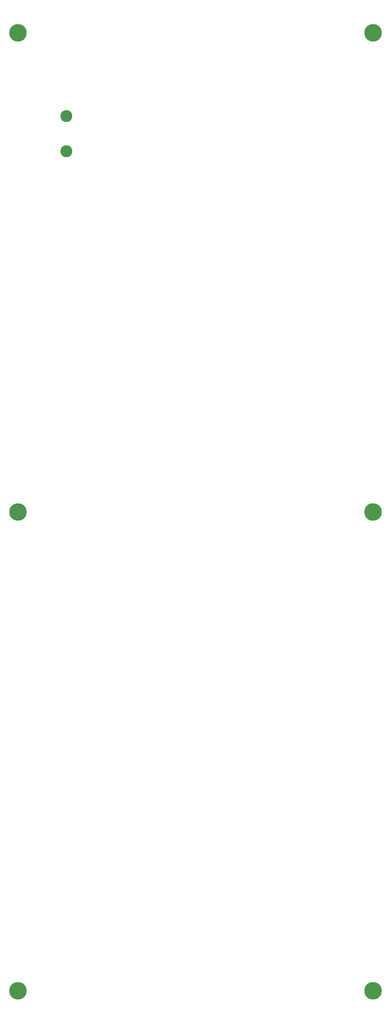
<source format=gts>
%TF.GenerationSoftware,KiCad,Pcbnew,9.0.1*%
%TF.CreationDate,2025-04-06T17:44:16-07:00*%
%TF.ProjectId,Coil_Panel_XY,436f696c-5f50-4616-9e65-6c5f58592e6b,2.2*%
%TF.SameCoordinates,Original*%
%TF.FileFunction,Soldermask,Top*%
%TF.FilePolarity,Negative*%
%FSLAX46Y46*%
G04 Gerber Fmt 4.6, Leading zero omitted, Abs format (unit mm)*
G04 Created by KiCad (PCBNEW 9.0.1) date 2025-04-06 17:44:16*
%MOMM*%
%LPD*%
G01*
G04 APERTURE LIST*
%ADD10C,2.600000*%
%ADD11C,3.800000*%
G04 APERTURE END LIST*
D10*
%TO.C,H2*%
X109250000Y-24000000D03*
D11*
X109250000Y-24000000D03*
%TD*%
D10*
%TO.C,TP1*%
X42700000Y-41980000D03*
X42700000Y-49600000D03*
%TD*%
%TO.C,H3*%
X109250000Y-127750000D03*
D11*
X109250000Y-127750000D03*
%TD*%
D10*
%TO.C,H6*%
X32250000Y-231500000D03*
D11*
X32250000Y-231500000D03*
%TD*%
D10*
%TO.C,H5*%
X32250000Y-127750000D03*
D11*
X32250000Y-127750000D03*
%TD*%
D10*
%TO.C,H1*%
X32250000Y-24000000D03*
D11*
X32250000Y-24000000D03*
%TD*%
D10*
%TO.C,H4*%
X109250000Y-231500000D03*
D11*
X109250000Y-231500000D03*
%TD*%
M02*

</source>
